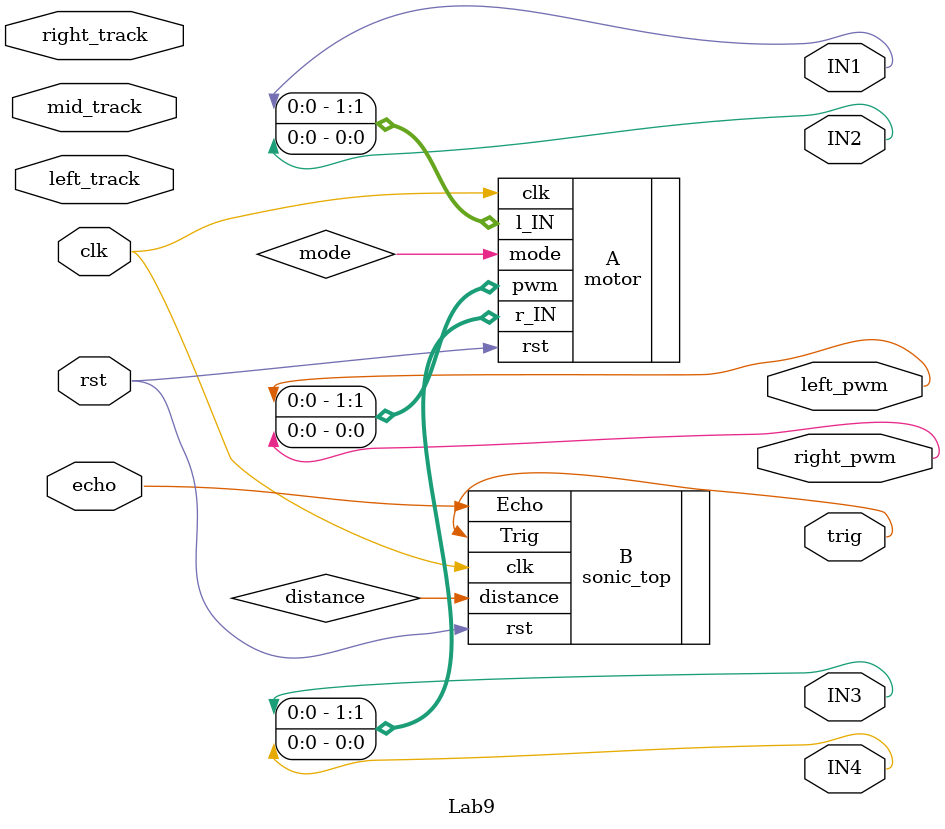
<source format=v>
module Lab9(
    input clk,
    input rst,
    input echo,
    input left_track,
    input right_track,
    input mid_track,
    output trig,
    output IN1,
    output IN2,
    output IN3, 
    output IN4,
    output left_pwm,
    output right_pwm
    // You may modify or add more input/ouput yourself.
);
    // We have connected the motor and sonic_top modules in the template file for you.
    // TODO: control the motors with the information you get from ultrasonic sensor and 3-way track sensor.
    motor A(
        .clk(clk),
        .rst(rst),
        .mode(mode),
        .pwm({left_pwm, right_pwm}),
        .l_IN({IN1, IN2}),
        .r_IN({IN3, IN4})
    );

    sonic_top B(
        .clk(clk), 
        .rst(rst), 
        .Echo(echo), 
        .Trig(trig),
        .distance(distance)
    );

endmodule
</source>
